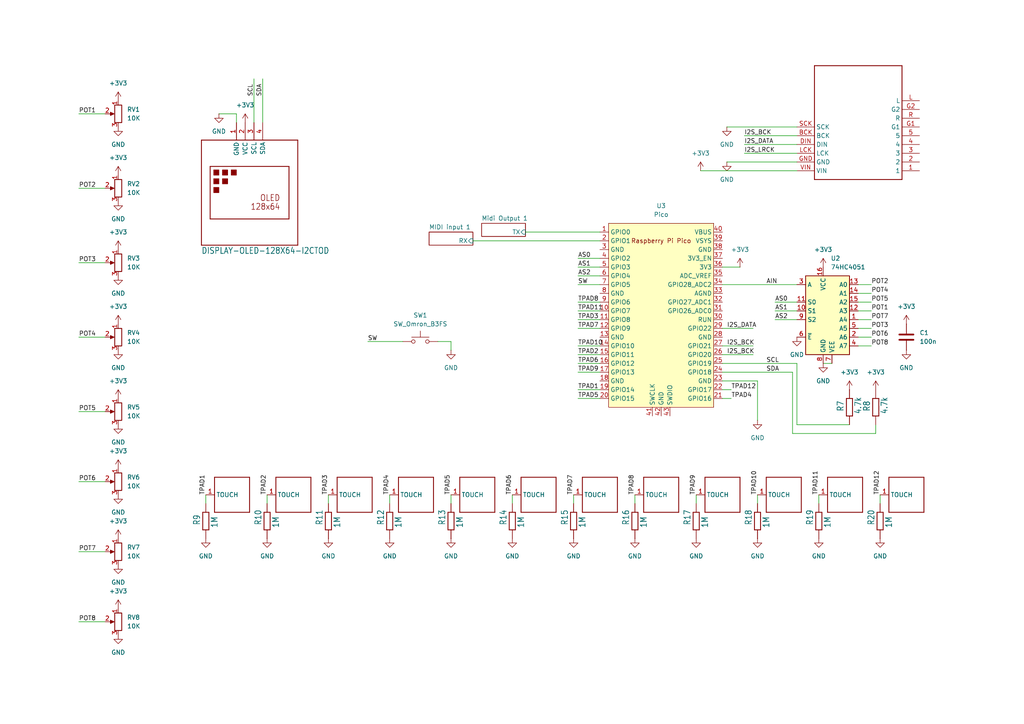
<source format=kicad_sch>
(kicad_sch (version 20231120) (generator "eeschema") (generator_version "8.0")
  (paper "A4")
  (title_block (title "EMMG Midi controller") (rev "1") (company "bjonnh.net"))
  (lib_symbols
    (symbol "74xx:74HC4051"
      (property "Reference" "U" (at -5.08 11.43 0))
      (property "Value" "74HC4051" (at -7.62 -13.97 0))
      (symbol "74HC4051_0_1"
        (rectangle (start -5.08 10.16) (end 7.62 -12.7) (stroke (width 0.254)) (fill (type background)))
      )
      (symbol "74HC4051_1_1"
        (pin passive line (at 10.16 -2.54 180) (length 2.54) (name "A4") (number "1"))
        (pin input line (at -7.62 0 0) (length 2.54) (name "S1") (number "10"))
        (pin input line (at -7.62 2.54 0) (length 2.54) (name "S0") (number "11"))
        (pin passive line (at 10.16 0 180) (length 2.54) (name "A3") (number "12"))
        (pin passive line (at 10.16 7.62 180) (length 2.54) (name "A0") (number "13"))
        (pin passive line (at 10.16 5.08 180) (length 2.54) (name "A1") (number "14"))
        (pin passive line (at 10.16 2.54 180) (length 2.54) (name "A2") (number "15"))
        (pin power_in line (at 0 12.7 270) (length 2.54) (name "VCC") (number "16"))
        (pin passive line (at 10.16 -7.62 180) (length 2.54) (name "A6") (number "2"))
        (pin passive line (at -7.62 7.62 0) (length 2.54) (name "A") (number "3"))
        (pin passive line (at 10.16 -10.16 180) (length 2.54) (name "A7") (number "4"))
        (pin passive line (at 10.16 -5.08 180) (length 2.54) (name "A5") (number "5"))
        (pin input line (at -7.62 -7.62 0) (length 2.54) (name "~{E}") (number "6"))
        (pin power_in line (at 2.54 -15.24 90) (length 2.54) (name "VEE") (number "7"))
        (pin power_in line (at 0 -15.24 90) (length 2.54) (name "GND") (number "8"))
        (pin input line (at -7.62 -2.54 0) (length 2.54) (name "S2") (number "9"))
      )
    )
    (symbol "Device:C" (pin_numbers hide) (pin_names (offset 0.254))
      (property "Reference" "C" (at 0.635 2.54 0))
      (property "Value" "C" (at 0.635 -2.54 0))
      (symbol "C_0_1"
        (polyline (pts (xy -2.032 -0.762) (xy 2.032 -0.762)) (stroke (width 0.508)))
        (polyline (pts (xy -2.032 0.762) (xy 2.032 0.762)) (stroke (width 0.508)))
      )
      (symbol "C_1_1"
        (pin passive line (at 0 3.81 270) (length 2.794) (name "~") (number "1"))
        (pin passive line (at 0 -3.81 90) (length 2.794) (name "~") (number "2"))
      )
    )
    (symbol "Device:R_Potentiometer" (pin_names (offset 1.016) hide)
      (property "Reference" "RV" (at -4.445 0 90))
      (property "Value" "R_Potentiometer" (at -2.54 0 90))
      (symbol "R_Potentiometer_0_1"
        (polyline (pts (xy 2.54 0) (xy 1.524 0)))
        (polyline (pts (xy 1.143 0) (xy 2.286 0.508) (xy 2.286 -0.508) (xy 1.143 0)) (fill (type outline)))
        (rectangle (start 1.016 2.54) (end -1.016 -2.54) (stroke (width 0.254)))
      )
      (symbol "R_Potentiometer_1_1"
        (pin passive line (at 0 3.81 270) (length 1.27) (name "1") (number "1"))
        (pin passive line (at 3.81 0 180) (length 1.27) (name "2") (number "2"))
        (pin passive line (at 0 -3.81 90) (length 1.27) (name "3") (number "3"))
      )
    )
    (symbol "MIDI_projects:Pico"
      (property "Reference" "U" (at -13.97 27.94 0))
      (property "Value" "Pico" (at 0 19.05 0))
      (symbol "Pico_0_0"
        (text "Raspberry Pi Pico" (at 0 21.59 0) (effects (font (size 1.27 1.27))))
      )
      (symbol "Pico_0_1"
        (rectangle (start -15.24 26.67) (end 15.24 -26.67) (fill (type background)))
      )
      (symbol "Pico_1_1"
        (pin bidirectional line (at -17.78 24.13 0) (length 2.54) (name "GPIO0") (number "1"))
        (pin bidirectional line (at -17.78 1.27 0) (length 2.54) (name "GPIO7") (number "10"))
        (pin bidirectional line (at -17.78 -1.27 0) (length 2.54) (name "GPIO8") (number "11"))
        (pin bidirectional line (at -17.78 -3.81 0) (length 2.54) (name "GPIO9") (number "12"))
        (pin power_in line (at -17.78 -6.35 0) (length 2.54) (name "GND") (number "13"))
        (pin bidirectional line (at -17.78 -8.89 0) (length 2.54) (name "GPIO10") (number "14"))
        (pin bidirectional line (at -17.78 -11.43 0) (length 2.54) (name "GPIO11") (number "15"))
        (pin bidirectional line (at -17.78 -13.97 0) (length 2.54) (name "GPIO12") (number "16"))
        (pin bidirectional line (at -17.78 -16.51 0) (length 2.54) (name "GPIO13") (number "17"))
        (pin power_in line (at -17.78 -19.05 0) (length 2.54) (name "GND") (number "18"))
        (pin bidirectional line (at -17.78 -21.59 0) (length 2.54) (name "GPIO14") (number "19"))
        (pin bidirectional line (at -17.78 21.59 0) (length 2.54) (name "GPIO1") (number "2"))
        (pin bidirectional line (at -17.78 -24.13 0) (length 2.54) (name "GPIO15") (number "20"))
        (pin bidirectional line (at 17.78 -24.13 180) (length 2.54) (name "GPIO16") (number "21"))
        (pin bidirectional line (at 17.78 -21.59 180) (length 2.54) (name "GPIO17") (number "22"))
        (pin power_in line (at 17.78 -19.05 180) (length 2.54) (name "GND") (number "23"))
        (pin bidirectional line (at 17.78 -16.51 180) (length 2.54) (name "GPIO18") (number "24"))
        (pin bidirectional line (at 17.78 -13.97 180) (length 2.54) (name "GPIO19") (number "25"))
        (pin bidirectional line (at 17.78 -11.43 180) (length 2.54) (name "GPIO20") (number "26"))
        (pin bidirectional line (at 17.78 -8.89 180) (length 2.54) (name "GPIO21") (number "27"))
        (pin power_in line (at 17.78 -6.35 180) (length 2.54) (name "GND") (number "28"))
        (pin bidirectional line (at 17.78 -3.81 180) (length 2.54) (name "GPIO22") (number "29"))
        (pin power_in line (at -17.78 19.05 0) (length 2.54) (name "GND") (number "3"))
        (pin input line (at 17.78 -1.27 180) (length 2.54) (name "RUN") (number "30"))
        (pin bidirectional line (at 17.78 1.27 180) (length 2.54) (name "GPIO26_ADC0") (number "31"))
        (pin bidirectional line (at 17.78 3.81 180) (length 2.54) (name "GPIO27_ADC1") (number "32"))
        (pin power_in line (at 17.78 6.35 180) (length 2.54) (name "AGND") (number "33"))
        (pin bidirectional line (at 17.78 8.89 180) (length 2.54) (name "GPIO28_ADC2") (number "34"))
        (pin power_in line (at 17.78 11.43 180) (length 2.54) (name "ADC_VREF") (number "35"))
        (pin power_in line (at 17.78 13.97 180) (length 2.54) (name "3V3") (number "36"))
        (pin input line (at 17.78 16.51 180) (length 2.54) (name "3V3_EN") (number "37"))
        (pin power_in line (at 17.78 19.05 180) (length 2.54) (name "GND") (number "38"))
        (pin power_in line (at 17.78 21.59 180) (length 2.54) (name "VSYS") (number "39"))
        (pin bidirectional line (at -17.78 16.51 0) (length 2.54) (name "GPIO2") (number "4"))
        (pin power_in line (at 17.78 24.13 180) (length 2.54) (name "VBUS") (number "40"))
        (pin input line (at -2.54 -29.21 90) (length 2.54) (name "SWCLK") (number "41"))
        (pin power_in line (at 0 -29.21 90) (length 2.54) (name "GND") (number "42"))
        (pin bidirectional line (at 2.54 -29.21 90) (length 2.54) (name "SWDIO") (number "43"))
        (pin bidirectional line (at -17.78 13.97 0) (length 2.54) (name "GPIO3") (number "5"))
        (pin bidirectional line (at -17.78 11.43 0) (length 2.54) (name "GPIO4") (number "6"))
        (pin bidirectional line (at -17.78 8.89 0) (length 2.54) (name "GPIO5") (number "7"))
        (pin power_in line (at -17.78 6.35 0) (length 2.54) (name "GND") (number "8"))
        (pin bidirectional line (at -17.78 3.81 0) (length 2.54) (name "GPIO6") (number "9"))
      )
    )
    (symbol "Switch:SW_Omron_B3FS" (pin_numbers hide) (pin_names (offset 1.016) hide)
      (property "Reference" "SW" (at 1.27 2.54 0))
      (property "Value" "SW_Omron_B3FS" (at 0 -1.524 0))
      (symbol "SW_Omron_B3FS_0_1"
        (circle (center -2.032 0) (radius 0.508))
        (polyline (pts (xy 0 1.27) (xy 0 3.048)))
        (polyline (pts (xy 2.54 1.27) (xy -2.54 1.27)))
        (circle (center 2.032 0) (radius 0.508))
        (pin passive line (at -5.08 0 0) (length 2.54) (name "1") (number "1"))
        (pin passive line (at 5.08 0 180) (length 2.54) (name "2") (number "2"))
      )
    )
    (symbol "TOUCHPADA_1"
      (symbol "TOUCHPADA_1_1_0"
        (polyline (pts (xy -5.08 -5.08) (xy -5.08 5.08)) (stroke (width 0.254)))
        (polyline (pts (xy -5.08 5.08) (xy 5.08 5.08)) (stroke (width 0.254)))
        (polyline (pts (xy 5.08 -5.08) (xy -5.08 -5.08)) (stroke (width 0.254)))
        (polyline (pts (xy 5.08 5.08) (xy 5.08 -5.08)) (stroke (width 0.254)))
        (pin bidirectional line (at -7.62 0 0) (length 2.54) (name "TOUCH") (number "1"))
      )
    )
    (symbol "pico_test_synth1-eagle-import:DISPLAY-OLED-128X64-I2CTOD"
      (symbol "DISPLAY-OLED-128X64-I2CTOD_1_0"
        (rectangle (start -11.684 0) (end -10.16 1.524) (fill (type outline)))
        (rectangle (start -11.684 2.54) (end -10.16 4.064) (fill (type outline)))
        (rectangle (start -11.684 5.08) (end -10.16 6.604) (fill (type outline)))
        (rectangle (start -9.144 2.54) (end -7.62 4.064) (fill (type outline)))
        (rectangle (start -9.144 5.08) (end -7.62 6.604) (fill (type outline)))
        (rectangle (start -6.604 5.08) (end -5.08 6.604) (fill (type outline)))
        (polyline (pts (xy -15.24 -15.24) (xy -15.24 15.24)) (stroke (width 0.254)))
        (polyline (pts (xy -15.24 15.24) (xy 12.7 15.24)) (stroke (width 0.254)))
        (polyline (pts (xy -12.7 -7.62) (xy -12.7 7.62)) (stroke (width 0.254)))
        (polyline (pts (xy -12.7 7.62) (xy 10.16 7.62)) (stroke (width 0.254)))
        (polyline (pts (xy 10.16 -7.62) (xy -12.7 -7.62)) (stroke (width 0.254)))
        (polyline (pts (xy 10.16 7.62) (xy 10.16 -7.62)) (stroke (width 0.254)))
        (polyline (pts (xy 12.7 -15.24) (xy -15.24 -15.24)) (stroke (width 0.254)))
        (polyline (pts (xy 12.7 15.24) (xy 12.7 -15.24)) (stroke (width 0.254)))
        (text "128x64" (at 7.62 -5.08 0) (effects (font (size 1.778 1.5113)) (justify right bottom)))
        (text "OLED" (at 7.62 -2.54 0) (effects (font (size 1.778 1.5113)) (justify right bottom)))
        (pin power_in line (at -5.08 20.32 270) (length 5.08) (name "GND") (number "1"))
        (pin power_in line (at -2.54 20.32 270) (length 5.08) (name "VCC") (number "2"))
        (pin bidirectional line (at 0 20.32 270) (length 5.08) (name "SCL") (number "3"))
        (pin bidirectional line (at 2.54 20.32 270) (length 5.08) (name "SDA") (number "4"))
      )
    )
    (symbol "pico_test_synth1-eagle-import:I2S_PCM_51XX_SOUNDCARD"
      (symbol "I2S_PCM_51XX_SOUNDCARD_1_0"
        (polyline (pts (xy 0 0) (xy 25.4 0)) (stroke (width 0.254)))
        (polyline (pts (xy 0 33.02) (xy 0 0)) (stroke (width 0.254)))
        (polyline (pts (xy 25.4 0) (xy 25.4 33.02)) (stroke (width 0.254)))
        (polyline (pts (xy 25.4 33.02) (xy 0 33.02)) (stroke (width 0.254)))
        (pin bidirectional line (at 30.48 2.54 180) (length 5.08) (name "1") (number "1"))
        (pin bidirectional line (at 30.48 5.08 180) (length 5.08) (name "2") (number "2"))
        (pin bidirectional line (at 30.48 7.62 180) (length 5.08) (name "3") (number "3"))
        (pin bidirectional line (at 30.48 10.16 180) (length 5.08) (name "4") (number "4"))
        (pin bidirectional line (at 30.48 12.7 180) (length 5.08) (name "5") (number "5"))
        (pin bidirectional line (at -5.08 12.7 0) (length 5.08) (name "BCK") (number "BCK"))
        (pin bidirectional line (at -5.08 10.16 0) (length 5.08) (name "DIN") (number "DIN"))
        (pin bidirectional line (at 30.48 15.24 180) (length 5.08) (name "G1") (number "G1"))
        (pin bidirectional line (at 30.48 20.32 180) (length 5.08) (name "G2") (number "G2"))
        (pin bidirectional line (at -5.08 5.08 0) (length 5.08) (name "GND") (number "GND"))
        (pin bidirectional line (at 30.48 22.86 180) (length 5.08) (name "L") (number "L"))
        (pin bidirectional line (at -5.08 7.62 0) (length 5.08) (name "LCK") (number "LCK"))
        (pin bidirectional line (at 30.48 17.78 180) (length 5.08) (name "R") (number "R"))
        (pin bidirectional line (at -5.08 15.24 0) (length 5.08) (name "SCK") (number "SCK"))
        (pin bidirectional line (at -5.08 2.54 0) (length 5.08) (name "VIN") (number "VIN"))
      )
    )
    (symbol "pico_test_synth1-eagle-import:R-EU_R0805"
      (property "Reference" "R" (at -3.81 1.4986 0))
      (symbol "R-EU_R0805_1_0"
        (polyline (pts (xy -2.54 -0.889) (xy -2.54 0.889)) (stroke (width 0.254)))
        (polyline (pts (xy -2.54 -0.889) (xy 2.54 -0.889)) (stroke (width 0.254)))
        (polyline (pts (xy 2.54 -0.889) (xy 2.54 0.889)) (stroke (width 0.254)))
        (polyline (pts (xy 2.54 0.889) (xy -2.54 0.889)) (stroke (width 0.254)))
        (pin passive line (at -5.08 0 0) (length 2.54) (name "1") (number "1"))
        (pin passive line (at 5.08 0 180) (length 2.54) (name "2") (number "2"))
      )
    )
    (symbol "power:+3V3" (power) (pin_numbers hide) (pin_names (offset 0) hide)
      (property "Value" "+3V3" (at 0 3.556 0))
      (symbol "+3V3_0_1"
        (polyline (pts (xy -0.762 1.27) (xy 0 2.54)))
        (polyline (pts (xy 0 0) (xy 0 2.54)))
        (polyline (pts (xy 0 2.54) (xy 0.762 1.27)))
      )
      (symbol "+3V3_1_1"
        (pin power_in line (at 0 0 90) (length 0) (name "~") (number "1"))
      )
    )
    (symbol "power:GND" (power) (pin_numbers hide) (pin_names (offset 0) hide)
      (property "Value" "GND" (at 0 -3.81 0))
      (symbol "GND_0_1"
        (polyline (pts (xy 0 0) (xy 0 -1.27) (xy 1.27 -1.27) (xy 0 -2.54) (xy -1.27 -1.27) (xy 0 -1.27)))
      )
      (symbol "GND_1_1"
        (pin power_in line (at 0 0 270) (length 0) (name "~") (number "1"))
      )
    )
  )
  (wire (pts (xy 167.64 95.25) (xy 173.99 95.25)))
  (wire (pts (xy 22.86 119.38) (xy 30.48 119.38)))
  (wire (pts (xy 167.64 82.55) (xy 173.99 82.55)))
  (wire (pts (xy 219.71 110.49) (xy 219.71 121.92)))
  (wire (pts (xy 184.15 146.05) (xy 184.15 143.51)) (stroke (width 0.1524)))
  (wire (pts (xy 63.5 33.02) (xy 68.58 33.02)))
  (wire (pts (xy 231.14 39.37) (xy 215.9 39.37)) (stroke (width 0.1524)))
  (wire (pts (xy 167.64 113.03) (xy 173.99 113.03)))
  (wire (pts (xy 22.86 76.2) (xy 30.48 76.2)))
  (wire (pts (xy 68.58 33.02) (xy 68.58 35.56)))
  (wire (pts (xy 248.92 85.09) (xy 252.73 85.09)))
  (wire (pts (xy 167.64 105.41) (xy 173.99 105.41)))
  (wire (pts (xy 167.64 107.95) (xy 173.99 107.95)))
  (wire (pts (xy 201.93 146.05) (xy 201.93 143.51)) (stroke (width 0.1524)))
  (wire (pts (xy 224.79 87.63) (xy 231.14 87.63)))
  (wire (pts (xy 231.14 36.83) (xy 210.82 36.83)) (stroke (width 0.1524)))
  (wire (pts (xy 248.92 100.33) (xy 252.73 100.33)))
  (wire (pts (xy 209.55 102.87) (xy 218.44 102.87)))
  (wire (pts (xy 209.55 107.95) (xy 229.87 107.95)))
  (wire (pts (xy 116.84 99.06) (xy 106.68 99.06)) (stroke (width 0.1524)))
  (wire (pts (xy 209.55 115.57) (xy 212.09 115.57)))
  (wire (pts (xy 167.64 100.33) (xy 173.99 100.33)))
  (wire (pts (xy 248.92 87.63) (xy 252.73 87.63)))
  (wire (pts (xy 248.92 90.17) (xy 252.73 90.17)))
  (wire (pts (xy 130.81 99.06) (xy 130.81 101.6)))
  (wire (pts (xy 22.86 97.79) (xy 30.48 97.79)))
  (wire (pts (xy 173.99 67.31) (xy 152.4 67.31)))
  (wire (pts (xy 22.86 160.02) (xy 30.48 160.02)))
  (wire (pts (xy 231.14 44.45) (xy 215.9 44.45)) (stroke (width 0.1524)))
  (wire (pts (xy 209.55 77.47) (xy 214.63 77.47)))
  (wire (pts (xy 167.64 90.17) (xy 173.99 90.17)))
  (wire (pts (xy 167.64 115.57) (xy 173.99 115.57)))
  (wire (pts (xy 73.66 35.56) (xy 73.66 22.86)) (stroke (width 0.1524)))
  (wire (pts (xy 231.14 123.19) (xy 246.38 123.19)))
  (wire (pts (xy 248.92 92.71) (xy 252.73 92.71)))
  (wire (pts (xy 76.2 35.56) (xy 76.2 22.86)) (stroke (width 0.1524)))
  (wire (pts (xy 210.82 46.99) (xy 231.14 46.99)) (stroke (width 0.1524)))
  (wire (pts (xy 166.37 146.05) (xy 166.37 143.51)) (stroke (width 0.1524)))
  (wire (pts (xy 167.64 87.63) (xy 173.99 87.63)))
  (wire (pts (xy 209.55 82.55) (xy 231.14 82.55)))
  (wire (pts (xy 209.55 105.41) (xy 231.14 105.41)))
  (wire (pts (xy 238.76 105.41) (xy 241.3 105.41)))
  (wire (pts (xy 167.64 102.87) (xy 173.99 102.87)))
  (wire (pts (xy 130.81 146.05) (xy 130.81 143.51)) (stroke (width 0.1524)))
  (wire (pts (xy 224.79 90.17) (xy 231.14 90.17)))
  (wire (pts (xy 229.87 107.95) (xy 229.87 125.73)))
  (wire (pts (xy 148.59 146.05) (xy 148.59 143.51)) (stroke (width 0.1524)))
  (wire (pts (xy 59.69 146.05) (xy 59.69 143.51)) (stroke (width 0.1524)))
  (wire (pts (xy 203.2 49.53) (xy 231.14 49.53)) (stroke (width 0.1524)))
  (wire (pts (xy 224.79 92.71) (xy 231.14 92.71)))
  (wire (pts (xy 255.27 146.05) (xy 255.27 143.51)) (stroke (width 0.1524)))
  (wire (pts (xy 137.16 69.85) (xy 173.99 69.85)))
  (wire (pts (xy 22.86 180.34) (xy 30.48 180.34)))
  (wire (pts (xy 77.47 146.05) (xy 77.47 143.51)) (stroke (width 0.1524)))
  (wire (pts (xy 248.92 82.55) (xy 252.73 82.55)))
  (wire (pts (xy 127 99.06) (xy 130.81 99.06)))
  (wire (pts (xy 167.64 92.71) (xy 173.99 92.71)))
  (wire (pts (xy 22.86 33.02) (xy 30.48 33.02)))
  (wire (pts (xy 248.92 95.25) (xy 252.73 95.25)))
  (wire (pts (xy 254 125.73) (xy 254 123.19)))
  (wire (pts (xy 209.55 113.03) (xy 212.09 113.03)))
  (wire (pts (xy 167.64 74.93) (xy 173.99 74.93)))
  (wire (pts (xy 113.03 146.05) (xy 113.03 143.51)) (stroke (width 0.1524)))
  (wire (pts (xy 231.14 41.91) (xy 215.9 41.91)) (stroke (width 0.1524)))
  (wire (pts (xy 209.55 95.25) (xy 218.44 95.25)))
  (wire (pts (xy 248.92 97.79) (xy 252.73 97.79)))
  (wire (pts (xy 209.55 100.33) (xy 218.44 100.33)))
  (wire (pts (xy 167.64 80.01) (xy 173.99 80.01)))
  (wire (pts (xy 95.25 146.05) (xy 95.25 143.51)) (stroke (width 0.1524)))
  (wire (pts (xy 219.71 146.05) (xy 219.71 143.51)) (stroke (width 0.1524)))
  (wire (pts (xy 22.86 139.7) (xy 30.48 139.7)))
  (wire (pts (xy 167.64 77.47) (xy 173.99 77.47)))
  (wire (pts (xy 231.14 105.41) (xy 231.14 123.19)))
  (wire (pts (xy 229.87 125.73) (xy 254 125.73)))
  (wire (pts (xy 22.86 54.61) (xy 30.48 54.61)))
  (wire (pts (xy 209.55 110.49) (xy 219.71 110.49)))
  (wire (pts (xy 237.49 146.05) (xy 237.49 143.51)) (stroke (width 0.1524)))
  (label "POT3" (at 22.86 76.2 0))
  (label "I2S_BCK" (at 215.9 39.37 0) (effects (font (size 1.2446 1.2446))))
  (label "TPAD5" (at 130.81 143.51 90) (effects (font (size 1.2446 1.2446))))
  (label "TPAD4" (at 113.03 143.51 90) (effects (font (size 1.2446 1.2446))))
  (label "TPAD10" (at 167.64 100.33 0))
  (label "TPAD6" (at 148.59 143.51 90) (effects (font (size 1.2446 1.2446))))
  (label "TPAD5" (at 167.64 115.57 0))
  (label "TPAD8" (at 184.15 143.51 90) (effects (font (size 1.2446 1.2446))))
  (label "AS0" (at 167.64 74.93 0))
  (label "I2S_BCK" (at 210.82 102.87 0))
  (label "POT6" (at 22.86 139.7 0))
  (label "I2S_DATA" (at 210.82 95.25 0))
  (label "TPAD7" (at 166.37 143.51 90) (effects (font (size 1.2446 1.2446))))
  (label "POT5" (at 22.86 119.38 0))
  (label "AS2" (at 224.79 92.71 0))
  (label "POT1" (at 22.86 33.02 0))
  (label "TPAD9" (at 201.93 143.51 90) (effects (font (size 1.2446 1.2446))))
  (label "POT2" (at 252.73 82.55 0))
  (label "TPAD1" (at 167.64 113.03 0))
  (label "SCL" (at 73.66 27.94 90) (effects (font (size 1.2446 1.2446))))
  (label "AS0" (at 224.79 87.63 0))
  (label "SCL" (at 222.25 105.41 0))
  (label "POT4" (at 22.86 97.79 0))
  (label "TPAD11" (at 167.64 90.17 0))
  (label "POT4" (at 252.73 85.09 0))
  (label "POT2" (at 22.86 54.61 0))
  (label "TPAD2" (at 77.47 143.51 90) (effects (font (size 1.2446 1.2446))))
  (label "TPAD6" (at 167.64 105.41 0))
  (label "TPAD4" (at 212.09 115.57 0))
  (label "POT8" (at 252.73 100.33 0))
  (label "TPAD11" (at 237.49 143.51 90) (effects (font (size 1.2446 1.2446))))
  (label "POT7" (at 252.73 92.71 0))
  (label "TPAD9" (at 167.64 107.95 0))
  (label "POT1" (at 252.73 90.17 0))
  (label "SW" (at 167.64 82.55 0))
  (label "POT5" (at 252.73 87.63 0))
  (label "POT8" (at 22.86 180.34 0))
  (label "POT6" (at 252.73 97.79 0))
  (label "SDA" (at 222.25 107.95 0))
  (label "SW" (at 106.68 99.06 0) (effects (font (size 1.2446 1.2446))))
  (label "TPAD2" (at 167.64 102.87 0))
  (label "I2S_LRCK" (at 215.9 44.45 0) (effects (font (size 1.2446 1.2446))))
  (label "POT3" (at 252.73 95.25 0))
  (label "AS1" (at 224.79 90.17 0))
  (label "AS2" (at 167.64 80.01 0))
  (label "POT7" (at 22.86 160.02 0))
  (label "TPAD12" (at 212.09 113.03 0))
  (label "TPAD10" (at 219.71 143.51 90) (effects (font (size 1.2446 1.2446))))
  (label "SDA" (at 76.2 27.94 90) (effects (font (size 1.2446 1.2446))))
  (label "TPAD3" (at 95.25 143.51 90) (effects (font (size 1.2446 1.2446))))
  (label "TPAD3" (at 167.64 92.71 0))
  (label "TPAD1" (at 59.69 143.51 90) (effects (font (size 1.2446 1.2446))))
  (label "AIN" (at 222.25 82.55 0))
  (label "TPAD7" (at 167.64 95.25 0))
  (label "TPAD8" (at 167.64 87.63 0))
  (label "I2S_DATA" (at 215.9 41.91 0) (effects (font (size 1.2446 1.2446))))
  (label "AS1" (at 167.64 77.47 0))
  (label "TPAD12" (at 255.27 143.51 90) (effects (font (size 1.2446 1.2446))))
  (label "I2S_BCK" (at 210.82 100.33 0))
  (symbol (lib_id "power:+3V3") (at 34.29 135.89 0) (unit 1)
    (property "Reference" "#PWR016" (effects (hide yes)))
    (property "Value" "+3V3" (at 34.29 130.81 0))
    (property "Description" "Power symbol creates a global label with name \"+3V3\"" (effects (hide yes)))
  )
  (symbol (lib_name "TOUCHPADA_1") (lib_id "pico_test_synth1-eagle-import:TOUCHPADA") (at 120.65 143.51 0) (unit 1)
    (property "Reference" "TP4" (effects (hide yes)))
    (property "Value" "TOUCHPADA" (effects (hide yes)))
    (property "Footprint" "MIDI_projects:PAD_Touch_bjo" (effects (hide yes)))
  )
  (symbol (lib_id "power:GND") (at 34.29 123.19 0) (unit 1)
    (property "Reference" "#PWR015" (effects (hide yes)))
    (property "Value" "GND" (at 34.29 128.27 0))
    (property "Description" "Power symbol creates a global label with name \"GND\" , ground" (effects (hide yes)))
  )
  (symbol (lib_id "power:GND") (at 166.37 156.21 0) (unit 1)
    (property "Reference" "#PWR042" (effects (hide yes)))
    (property "Value" "GND" (at 166.37 161.29 0))
    (property "Description" "Power symbol creates a global label with name \"GND\" , ground" (effects (hide yes)))
  )
  (symbol (lib_id "power:GND") (at 63.5 33.02 0) (unit 1)
    (property "Reference" "#PWR026" (effects (hide yes)))
    (property "Value" "GND" (at 63.5 38.1 0))
    (property "Description" "Power symbol creates a global label with name \"GND\" , ground" (effects (hide yes)))
  )
  (symbol (lib_id "power:GND") (at 262.89 101.6 0) (mirror y) (unit 1)
    (property "Reference" "#PWR023" (effects (hide yes)))
    (property "Value" "GND" (at 262.89 106.68 0))
    (property "Description" "Power symbol creates a global label with name \"GND\" , ground" (effects (hide yes)))
  )
  (symbol (lib_id "power:GND") (at 95.25 156.21 0) (unit 1)
    (property "Reference" "#PWR033" (effects (hide yes)))
    (property "Value" "GND" (at 95.25 161.29 0))
    (property "Description" "Power symbol creates a global label with name \"GND\" , ground" (effects (hide yes)))
  )
  (symbol (lib_id "power:GND") (at 34.29 80.01 0) (unit 1)
    (property "Reference" "#PWR07" (effects (hide yes)))
    (property "Value" "GND" (at 34.29 85.09 0))
    (property "Description" "Power symbol creates a global label with name \"GND\" , ground" (effects (hide yes)))
  )
  (symbol (lib_id "power:GND") (at 201.93 156.21 0) (unit 1)
    (property "Reference" "#PWR044" (effects (hide yes)))
    (property "Value" "GND" (at 201.93 161.29 0))
    (property "Description" "Power symbol creates a global label with name \"GND\" , ground" (effects (hide yes)))
  )
  (symbol (lib_id "Device:R_Potentiometer") (at 34.29 97.79 0) (mirror y) (unit 1)
    (property "Reference" "RV4" (at 36.83 96.5199 0) (effects (justify right)))
    (property "Value" "10K" (at 36.83 99.0599 0) (effects (justify right)))
    (property "Footprint" "MIDI_projects:Potentiometer_Alps_RK09K_Single_Vertical" (effects (hide yes)))
    (property "Description" "Potentiometer" (effects (hide yes)))
  )
  (symbol (lib_name "TOUCHPADA_1") (lib_id "pico_test_synth1-eagle-import:TOUCHPADA") (at 67.31 143.51 0) (unit 1)
    (property "Reference" "TP1" (effects (hide yes)))
    (property "Value" "TOUCHPADA" (effects (hide yes)))
    (property "Footprint" "MIDI_projects:PAD_Touch_bjo" (effects (hide yes)))
  )
  (symbol (lib_id "power:GND") (at 34.29 36.83 0) (unit 1)
    (property "Reference" "#PWR012" (effects (hide yes)))
    (property "Value" "GND" (at 34.29 41.91 0))
    (property "Description" "Power symbol creates a global label with name \"GND\" , ground" (effects (hide yes)))
  )
  (symbol (lib_id "power:GND") (at 148.59 156.21 0) (unit 1)
    (property "Reference" "#PWR036" (effects (hide yes)))
    (property "Value" "GND" (at 148.59 161.29 0))
    (property "Description" "Power symbol creates a global label with name \"GND\" , ground" (effects (hide yes)))
  )
  (symbol (lib_id "pico_test_synth1-eagle-import:R-EU_R0805") (at 130.81 151.13 90) (mirror x) (unit 1)
    (property "Reference" "R13" (at 127.2286 152.4 0) (effects (font (size 1.778 1.5113)) (justify right top)))
    (property "Value" "1M" (at 132.334 153.162 0) (effects (font (size 1.778 1.5113)) (justify right top)))
    (property "Footprint" "Resistor_SMD:R_0805_2012Metric" (effects (hide yes)))
  )
  (symbol (lib_id "Device:R_Potentiometer") (at 34.29 119.38 0) (mirror y) (unit 1)
    (property "Reference" "RV5" (at 36.83 118.1099 0) (effects (justify right)))
    (property "Value" "10K" (at 36.83 120.6499 0) (effects (justify right)))
    (property "Footprint" "MIDI_projects:Potentiometer_Alps_RK09K_Single_Vertical" (effects (hide yes)))
    (property "Description" "Potentiometer" (effects (hide yes)))
  )
  (symbol (lib_id "power:+3V3") (at 34.29 115.57 0) (unit 1)
    (property "Reference" "#PWR014" (effects (hide yes)))
    (property "Value" "+3V3" (at 34.29 110.49 0))
    (property "Description" "Power symbol creates a global label with name \"+3V3\"" (effects (hide yes)))
  )
  (symbol (lib_id "power:GND") (at 210.82 36.83 0) (unit 1)
    (property "Reference" "#PWR029" (effects (hide yes)))
    (property "Value" "GND" (at 210.82 41.91 0))
    (property "Description" "Power symbol creates a global label with name \"GND\" , ground" (effects (hide yes)))
  )
  (symbol (lib_id "MIDI_projects:Pico") (at 191.77 91.44 0) (unit 1)
    (property "Reference" "U3" (at 191.77 59.69 0))
    (property "Value" "Pico" (at 191.77 62.23 0))
    (property "Footprint" "MIDI_projects:RPi_Pico_SMD_TH" (effects (hide yes)))
  )
  (symbol (lib_id "Device:R_Potentiometer") (at 34.29 54.61 0) (mirror y) (unit 1)
    (property "Reference" "RV2" (at 36.83 53.3399 0) (effects (justify right)))
    (property "Value" "10K" (at 36.83 55.8799 0) (effects (justify right)))
    (property "Footprint" "MIDI_projects:Potentiometer_Alps_RK09K_Single_Vertical" (effects (hide yes)))
    (property "Description" "Potentiometer" (effects (hide yes)))
  )
  (symbol (lib_id "pico_test_synth1-eagle-import:R-EU_R0805") (at 184.15 151.13 90) (mirror x) (unit 1)
    (property "Reference" "R16" (at 180.5686 152.4 0) (effects (font (size 1.778 1.5113)) (justify right top)))
    (property "Value" "1M" (at 185.674 153.162 0) (effects (font (size 1.778 1.5113)) (justify right top)))
    (property "Footprint" "Resistor_SMD:R_0805_2012Metric" (effects (hide yes)))
  )
  (symbol (lib_id "pico_test_synth1-eagle-import:R-EU_R0805") (at 255.27 151.13 90) (mirror x) (unit 1)
    (property "Reference" "R20" (at 251.6886 152.4 0) (effects (font (size 1.778 1.5113)) (justify right top)))
    (property "Value" "1M" (at 256.794 153.162 0) (effects (font (size 1.778 1.5113)) (justify right top)))
    (property "Footprint" "Resistor_SMD:R_0805_2012Metric" (effects (hide yes)))
  )
  (symbol (lib_id "Switch:SW_Omron_B3FS") (at 121.92 99.06 0) (unit 1)
    (property "Reference" "SW1" (at 121.92 91.44 0))
    (property "Value" "SW_Omron_B3FS" (at 121.92 93.98 0))
    (property "Footprint" "Button_Switch_SMD:SW_SPST_Omron_B3FS-101xP" (effects (hide yes)))
    (property "Datasheet" "https://omronfs.omron.com/en_US/ecb/products/pdf/en-b3fs.pdf" (effects (hide yes)))
    (property "Description" "Omron B3FS 6x6mm single pole normally-open tactile switch" (effects (hide yes)))
  )
  (symbol (lib_id "power:+3V3") (at 34.29 93.98 0) (unit 1)
    (property "Reference" "#PWR08" (effects (hide yes)))
    (property "Value" "+3V3" (at 34.29 88.9 0))
    (property "Description" "Power symbol creates a global label with name \"+3V3\"" (effects (hide yes)))
  )
  (symbol (lib_id "power:+3V3") (at 71.12 35.56 0) (unit 1)
    (property "Reference" "#PWR027" (effects (hide yes)))
    (property "Value" "+3V3" (at 71.12 30.48 0))
    (property "Description" "Power symbol creates a global label with name \"+3V3\"" (effects (hide yes)))
  )
  (symbol (lib_name "TOUCHPADA_1") (lib_id "pico_test_synth1-eagle-import:TOUCHPADA") (at 138.43 143.51 0) (unit 1)
    (property "Reference" "TP5" (effects (hide yes)))
    (property "Value" "TOUCHPADA" (effects (hide yes)))
    (property "Footprint" "MIDI_projects:PAD_Touch_bjo" (effects (hide yes)))
  )
  (symbol (lib_id "power:+3V3") (at 34.29 29.21 0) (unit 1)
    (property "Reference" "#PWR03" (effects (hide yes)))
    (property "Value" "+3V3" (at 34.29 24.13 0))
    (property "Description" "Power symbol creates a global label with name \"+3V3\"" (effects (hide yes)))
  )
  (symbol (lib_id "power:GND") (at 34.29 184.15 0) (unit 1)
    (property "Reference" "#PWR040" (effects (hide yes)))
    (property "Value" "GND" (at 34.29 189.23 0))
    (property "Description" "Power symbol creates a global label with name \"GND\" , ground" (effects (hide yes)))
  )
  (symbol (lib_name "TOUCHPADA_1") (lib_id "pico_test_synth1-eagle-import:TOUCHPADA") (at 262.89 143.51 0) (unit 1)
    (property "Reference" "TP12" (effects (hide yes)))
    (property "Value" "TOUCHPADA" (effects (hide yes)))
    (property "Footprint" "MIDI_projects:PAD_Touch_bjo" (effects (hide yes)))
  )
  (symbol (lib_id "power:GND") (at 34.29 163.83 0) (unit 1)
    (property "Reference" "#PWR038" (effects (hide yes)))
    (property "Value" "GND" (at 34.29 168.91 0))
    (property "Description" "Power symbol creates a global label with name \"GND\" , ground" (effects (hide yes)))
  )
  (symbol (lib_name "TOUCHPADA_1") (lib_id "pico_test_synth1-eagle-import:TOUCHPADA") (at 85.09 143.51 0) (unit 1)
    (property "Reference" "TP2" (effects (hide yes)))
    (property "Value" "TOUCHPADA" (effects (hide yes)))
    (property "Footprint" "MIDI_projects:PAD_Touch_bjo" (effects (hide yes)))
  )
  (symbol (lib_id "power:GND") (at 130.81 101.6 0) (unit 1)
    (property "Reference" "#PWR041" (effects (hide yes)))
    (property "Value" "GND" (at 130.81 106.68 0))
    (property "Description" "Power symbol creates a global label with name \"GND\" , ground" (effects (hide yes)))
  )
  (symbol (lib_id "power:+3V3") (at 34.29 72.39 0) (unit 1)
    (property "Reference" "#PWR06" (effects (hide yes)))
    (property "Value" "+3V3" (at 34.29 67.31 0))
    (property "Description" "Power symbol creates a global label with name \"+3V3\"" (effects (hide yes)))
  )
  (symbol (lib_id "pico_test_synth1-eagle-import:R-EU_R0805") (at 113.03 151.13 90) (mirror x) (unit 1)
    (property "Reference" "R12" (at 109.4486 152.4 0) (effects (font (size 1.778 1.5113)) (justify right top)))
    (property "Value" "1M" (at 114.554 153.162 0) (effects (font (size 1.778 1.5113)) (justify right top)))
    (property "Footprint" "Resistor_SMD:R_0805_2012Metric" (effects (hide yes)))
  )
  (symbol (lib_id "pico_test_synth1-eagle-import:R-EU_R0805") (at 77.47 151.13 90) (mirror x) (unit 1)
    (property "Reference" "R10" (at 73.8886 152.4 0) (effects (font (size 1.778 1.5113)) (justify right top)))
    (property "Value" "1M" (at 78.994 153.162 0) (effects (font (size 1.778 1.5113)) (justify right top)))
    (property "Footprint" "Resistor_SMD:R_0805_2012Metric" (effects (hide yes)))
  )
  (symbol (lib_id "pico_test_synth1-eagle-import:R-EU_R0805") (at 148.59 151.13 90) (mirror x) (unit 1)
    (property "Reference" "R14" (at 145.0086 152.4 0) (effects (font (size 1.778 1.5113)) (justify right top)))
    (property "Value" "1M" (at 150.114 153.162 0) (effects (font (size 1.778 1.5113)) (justify right top)))
    (property "Footprint" "Resistor_SMD:R_0805_2012Metric" (effects (hide yes)))
  )
  (symbol (lib_id "power:GND") (at 237.49 156.21 0) (unit 1)
    (property "Reference" "#PWR046" (effects (hide yes)))
    (property "Value" "GND" (at 237.49 161.29 0))
    (property "Description" "Power symbol creates a global label with name \"GND\" , ground" (effects (hide yes)))
  )
  (symbol (lib_id "power:+3V3") (at 34.29 176.53 0) (unit 1)
    (property "Reference" "#PWR039" (effects (hide yes)))
    (property "Value" "+3V3" (at 34.29 171.45 0))
    (property "Description" "Power symbol creates a global label with name \"+3V3\"" (effects (hide yes)))
  )
  (symbol (lib_id "power:GND") (at 238.76 105.41 0) (unit 1)
    (property "Reference" "#PWR019" (effects (hide yes)))
    (property "Value" "GND" (at 238.76 110.49 0))
    (property "Description" "Power symbol creates a global label with name \"GND\" , ground" (effects (hide yes)))
  )
  (symbol (lib_id "power:+3V3") (at 203.2 49.53 0) (unit 1)
    (property "Reference" "#PWR028" (effects (hide yes)))
    (property "Value" "+3V3" (at 203.2 44.45 0))
    (property "Description" "Power symbol creates a global label with name \"+3V3\"" (effects (hide yes)))
  )
  (symbol (lib_id "power:GND") (at 219.71 121.92 0) (unit 1)
    (property "Reference" "#PWR021" (effects (hide yes)))
    (property "Value" "GND" (at 219.71 127 0))
    (property "Description" "Power symbol creates a global label with name \"GND\" , ground" (effects (hide yes)))
  )
  (symbol (lib_id "pico_test_synth1-eagle-import:R-EU_R0805") (at 254 118.11 90) (mirror x) (unit 1)
    (property "Reference" "R8" (at 250.4186 119.38 0) (effects (font (size 1.778 1.5113)) (justify right top)))
    (property "Value" "4.7k" (at 255.524 120.142 0) (effects (font (size 1.778 1.5113)) (justify right top)))
    (property "Footprint" "Resistor_SMD:R_0805_2012Metric" (effects (hide yes)))
  )
  (symbol (lib_id "power:GND") (at 34.29 58.42 0) (unit 1)
    (property "Reference" "#PWR05" (effects (hide yes)))
    (property "Value" "GND" (at 34.29 63.5 0))
    (property "Description" "Power symbol creates a global label with name \"GND\" , ground" (effects (hide yes)))
  )
  (symbol (lib_id "pico_test_synth1-eagle-import:R-EU_R0805") (at 201.93 151.13 90) (mirror x) (unit 1)
    (property "Reference" "R17" (at 198.3486 152.4 0) (effects (font (size 1.778 1.5113)) (justify right top)))
    (property "Value" "1M" (at 203.454 153.162 0) (effects (font (size 1.778 1.5113)) (justify right top)))
    (property "Footprint" "Resistor_SMD:R_0805_2012Metric" (effects (hide yes)))
  )
  (symbol (lib_id "power:GND") (at 219.71 156.21 0) (unit 1)
    (property "Reference" "#PWR045" (effects (hide yes)))
    (property "Value" "GND" (at 219.71 161.29 0))
    (property "Description" "Power symbol creates a global label with name \"GND\" , ground" (effects (hide yes)))
  )
  (symbol (lib_id "Device:R_Potentiometer") (at 34.29 139.7 0) (mirror y) (unit 1)
    (property "Reference" "RV6" (at 36.83 138.4299 0) (effects (justify right)))
    (property "Value" "10K" (at 36.83 140.9699 0) (effects (justify right)))
    (property "Footprint" "MIDI_projects:Potentiometer_Alps_RK09K_Single_Vertical" (effects (hide yes)))
    (property "Description" "Potentiometer" (effects (hide yes)))
  )
  (symbol (lib_id "pico_test_synth1-eagle-import:R-EU_R0805") (at 59.69 151.13 90) (mirror x) (unit 1)
    (property "Reference" "R9" (at 56.1086 152.4 0) (effects (font (size 1.778 1.5113)) (justify right top)))
    (property "Value" "1M" (at 61.214 153.162 0) (effects (font (size 1.778 1.5113)) (justify right top)))
    (property "Footprint" "Resistor_SMD:R_0805_2012Metric" (effects (hide yes)))
  )
  (symbol (lib_id "power:GND") (at 130.81 156.21 0) (unit 1)
    (property "Reference" "#PWR035" (effects (hide yes)))
    (property "Value" "GND" (at 130.81 161.29 0))
    (property "Description" "Power symbol creates a global label with name \"GND\" , ground" (effects (hide yes)))
  )
  (symbol (lib_id "power:GND") (at 77.47 156.21 0) (unit 1)
    (property "Reference" "#PWR032" (effects (hide yes)))
    (property "Value" "GND" (at 77.47 161.29 0))
    (property "Description" "Power symbol creates a global label with name \"GND\" , ground" (effects (hide yes)))
  )
  (symbol (lib_name "TOUCHPADA_1") (lib_id "pico_test_synth1-eagle-import:TOUCHPADA") (at 156.21 143.51 0) (unit 1)
    (property "Reference" "TP6" (effects (hide yes)))
    (property "Value" "TOUCHPADA" (effects (hide yes)))
    (property "Footprint" "MIDI_projects:PAD_Touch_bjo" (effects (hide yes)))
  )
  (symbol (lib_id "74xx:74HC4051") (at 238.76 90.17 0) (unit 1)
    (property "Reference" "U2" (at 240.9541 74.93 0) (effects (justify left)))
    (property "Value" "74HC4051" (at 240.9541 77.47 0) (effects (justify left)))
    (property "Footprint" "Package_SO:SOIC-16_3.9x9.9mm_P1.27mm" (effects (hide yes)))
    (property "Datasheet" "http://www.ti.com/lit/ds/symlink/cd74hc4051.pdf" (effects (hide yes)))
    (property "Description" "8-channel analog multiplexer/demultiplexer, DIP-16/SOIC-16/TSSOP-16" (effects (hide yes)))
  )
  (symbol (lib_id "power:GND") (at 255.27 156.21 0) (unit 1)
    (property "Reference" "#PWR047" (effects (hide yes)))
    (property "Value" "GND" (at 255.27 161.29 0))
    (property "Description" "Power symbol creates a global label with name \"GND\" , ground" (effects (hide yes)))
  )
  (symbol (lib_id "power:+3V3") (at 34.29 50.8 0) (unit 1)
    (property "Reference" "#PWR04" (effects (hide yes)))
    (property "Value" "+3V3" (at 34.29 45.72 0))
    (property "Description" "Power symbol creates a global label with name \"+3V3\"" (effects (hide yes)))
  )
  (symbol (lib_id "Device:R_Potentiometer") (at 34.29 160.02 0) (mirror y) (unit 1)
    (property "Reference" "RV7" (at 36.83 158.7499 0) (effects (justify right)))
    (property "Value" "10K" (at 36.83 161.2899 0) (effects (justify right)))
    (property "Footprint" "MIDI_projects:Potentiometer_Alps_RK09K_Single_Vertical" (effects (hide yes)))
    (property "Description" "Potentiometer" (effects (hide yes)))
  )
  (symbol (lib_id "Device:C") (at 262.89 97.79 0) (unit 1)
    (property "Reference" "C1" (at 266.7 96.5199 0) (effects (justify left)))
    (property "Value" "100n" (at 266.7 99.0599 0) (effects (justify left)))
    (property "Footprint" "Capacitor_SMD:C_0603_1608Metric" (effects (hide yes)))
    (property "Description" "Unpolarized capacitor" (effects (hide yes)))
  )
  (symbol (lib_name "TOUCHPADA_1") (lib_id "pico_test_synth1-eagle-import:TOUCHPADA") (at 209.55 143.51 0) (unit 1)
    (property "Reference" "TP9" (effects (hide yes)))
    (property "Value" "TOUCHPADA" (effects (hide yes)))
    (property "Footprint" "MIDI_projects:PAD_Touch_bjo" (effects (hide yes)))
  )
  (symbol (lib_id "Device:R_Potentiometer") (at 34.29 33.02 0) (mirror y) (unit 1)
    (property "Reference" "RV1" (at 36.83 31.7499 0) (effects (justify right)))
    (property "Value" "10K" (at 36.83 34.2899 0) (effects (justify right)))
    (property "Footprint" "MIDI_projects:Potentiometer_Alps_RK09K_Single_Vertical" (effects (hide yes)))
    (property "Description" "Potentiometer" (effects (hide yes)))
  )
  (symbol (lib_id "power:GND") (at 210.82 46.99 0) (unit 1)
    (property "Reference" "#PWR030" (effects (hide yes)))
    (property "Value" "GND" (at 210.82 52.07 0))
    (property "Description" "Power symbol creates a global label with name \"GND\" , ground" (effects (hide yes)))
  )
  (symbol (lib_id "power:+3V3") (at 246.38 113.03 0) (unit 1)
    (property "Reference" "#PWR024" (effects (hide yes)))
    (property "Value" "+3V3" (at 246.38 107.95 0))
    (property "Description" "Power symbol creates a global label with name \"+3V3\"" (effects (hide yes)))
  )
  (symbol (lib_id "power:+3V3") (at 238.76 77.47 0) (unit 1)
    (property "Reference" "#PWR020" (effects (hide yes)))
    (property "Value" "+3V3" (at 238.76 72.39 0))
    (property "Description" "Power symbol creates a global label with name \"+3V3\"" (effects (hide yes)))
  )
  (symbol (lib_id "power:+3V3") (at 214.63 77.47 0) (unit 1)
    (property "Reference" "#PWR09" (effects (hide yes)))
    (property "Value" "+3V3" (at 214.63 72.39 0))
    (property "Description" "Power symbol creates a global label with name \"+3V3\"" (effects (hide yes)))
  )
  (symbol (lib_id "power:GND") (at 113.03 156.21 0) (unit 1)
    (property "Reference" "#PWR034" (effects (hide yes)))
    (property "Value" "GND" (at 113.03 161.29 0))
    (property "Description" "Power symbol creates a global label with name \"GND\" , ground" (effects (hide yes)))
  )
  (symbol (lib_id "power:GND") (at 34.29 101.6 0) (unit 1)
    (property "Reference" "#PWR013" (effects (hide yes)))
    (property "Value" "GND" (at 34.29 106.68 0))
    (property "Description" "Power symbol creates a global label with name \"GND\" , ground" (effects (hide yes)))
  )
  (symbol (lib_id "pico_test_synth1-eagle-import:R-EU_R0805") (at 237.49 151.13 90) (mirror x) (unit 1)
    (property "Reference" "R19" (at 233.9086 152.4 0) (effects (font (size 1.778 1.5113)) (justify right top)))
    (property "Value" "1M" (at 239.014 153.162 0) (effects (font (size 1.778 1.5113)) (justify right top)))
    (property "Footprint" "Resistor_SMD:R_0805_2012Metric" (effects (hide yes)))
  )
  (symbol (lib_id "Device:R_Potentiometer") (at 34.29 180.34 0) (mirror y) (unit 1)
    (property "Reference" "RV8" (at 36.83 179.0699 0) (effects (justify right)))
    (property "Value" "10K" (at 36.83 181.6099 0) (effects (justify right)))
    (property "Footprint" "MIDI_projects:Potentiometer_Alps_RK09K_Single_Vertical" (effects (hide yes)))
    (property "Description" "Potentiometer" (effects (hide yes)))
  )
  (symbol (lib_name "TOUCHPADA_1") (lib_id "pico_test_synth1-eagle-import:TOUCHPADA") (at 245.11 143.51 0) (unit 1)
    (property "Reference" "TP11" (effects (hide yes)))
    (property "Value" "TOUCHPADA" (effects (hide yes)))
    (property "Footprint" "MIDI_projects:PAD_Touch_bjo" (effects (hide yes)))
  )
  (symbol (lib_id "power:GND") (at 231.14 97.79 0) (unit 1)
    (property "Reference" "#PWR018" (effects (hide yes)))
    (property "Value" "GND" (at 231.14 102.87 0))
    (property "Description" "Power symbol creates a global label with name \"GND\" , ground" (effects (hide yes)))
  )
  (symbol (lib_id "power:GND") (at 59.69 156.21 0) (unit 1)
    (property "Reference" "#PWR031" (effects (hide yes)))
    (property "Value" "GND" (at 59.69 161.29 0))
    (property "Description" "Power symbol creates a global label with name \"GND\" , ground" (effects (hide yes)))
  )
  (symbol (lib_name "TOUCHPADA_1") (lib_id "pico_test_synth1-eagle-import:TOUCHPADA") (at 173.99 143.51 0) (unit 1)
    (property "Reference" "TP7" (effects (hide yes)))
    (property "Value" "TOUCHPADA" (effects (hide yes)))
    (property "Footprint" "MIDI_projects:PAD_Touch_bjo" (effects (hide yes)))
  )
  (symbol (lib_id "power:+3V3") (at 262.89 93.98 0) (unit 1)
    (property "Reference" "#PWR022" (effects (hide yes)))
    (property "Value" "+3V3" (at 262.89 88.9 0))
    (property "Description" "Power symbol creates a global label with name \"+3V3\"" (effects (hide yes)))
  )
  (symbol (lib_name "TOUCHPADA_1") (lib_id "pico_test_synth1-eagle-import:TOUCHPADA") (at 102.87 143.51 0) (unit 1)
    (property "Reference" "TP3" (effects (hide yes)))
    (property "Value" "TOUCHPADA" (effects (hide yes)))
    (property "Footprint" "MIDI_projects:PAD_Touch_bjo" (effects (hide yes)))
  )
  (symbol (lib_id "pico_test_synth1-eagle-import:R-EU_R0805") (at 246.38 118.11 90) (mirror x) (unit 1)
    (property "Reference" "R7" (at 242.7986 119.38 0) (effects (font (size 1.778 1.5113)) (justify right top)))
    (property "Value" "4.7k" (at 247.904 120.142 0) (effects (font (size 1.778 1.5113)) (justify right top)))
    (property "Footprint" "Resistor_SMD:R_0805_2012Metric" (effects (hide yes)))
  )
  (symbol (lib_id "power:+3V3") (at 34.29 156.21 0) (unit 1)
    (property "Reference" "#PWR037" (effects (hide yes)))
    (property "Value" "+3V3" (at 34.29 151.13 0))
    (property "Description" "Power symbol creates a global label with name \"+3V3\"" (effects (hide yes)))
  )
  (symbol (lib_id "power:+3V3") (at 254 113.03 0) (unit 1)
    (property "Reference" "#PWR025" (effects (hide yes)))
    (property "Value" "+3V3" (at 254 107.95 0))
    (property "Description" "Power symbol creates a global label with name \"+3V3\"" (effects (hide yes)))
  )
  (symbol (lib_id "pico_test_synth1-eagle-import:R-EU_R0805") (at 166.37 151.13 90) (mirror x) (unit 1)
    (property "Reference" "R15" (at 162.7886 152.4 0) (effects (font (size 1.778 1.5113)) (justify right top)))
    (property "Value" "1M" (at 167.894 153.162 0) (effects (font (size 1.778 1.5113)) (justify right top)))
    (property "Footprint" "Resistor_SMD:R_0805_2012Metric" (effects (hide yes)))
  )
  (symbol (lib_id "pico_test_synth1-eagle-import:I2S_PCM_51XX_SOUNDCARD") (at 236.22 52.07 0) (unit 1)
    (property "Reference" "U4" (effects (hide yes)))
    (property "Value" "I2S_PCM_51XX_SOUNDCARD" (effects (hide yes)))
    (property "Footprint" "MIDI_projects:I2S_PCM_5100_SOUNDCARD" (effects (hide yes)))
  )
  (symbol (lib_id "pico_test_synth1-eagle-import:R-EU_R0805") (at 219.71 151.13 90) (mirror x) (unit 1)
    (property "Reference" "R18" (at 216.1286 152.4 0) (effects (font (size 1.778 1.5113)) (justify right top)))
    (property "Value" "1M" (at 221.234 153.162 0) (effects (font (size 1.778 1.5113)) (justify right top)))
    (property "Footprint" "Resistor_SMD:R_0805_2012Metric" (effects (hide yes)))
  )
  (symbol (lib_name "TOUCHPADA_1") (lib_id "pico_test_synth1-eagle-import:TOUCHPADA") (at 227.33 143.51 0) (unit 1)
    (property "Reference" "TP10" (effects (hide yes)))
    (property "Value" "TOUCHPADA" (effects (hide yes)))
    (property "Footprint" "MIDI_projects:PAD_Touch_bjo" (effects (hide yes)))
  )
  (symbol (lib_id "pico_test_synth1-eagle-import:DISPLAY-OLED-128X64-I2CTOD") (at 73.66 55.88 0) (unit 1)
    (property "Reference" "DISP1" (effects (hide yes)))
    (property "Value" "DISPLAY-OLED-128X64-I2CTOD" (at 58.42 73.66 0) (effects (font (size 1.778 1.5113)) (justify left bottom)))
    (property "Footprint" "MIDI_projects:DISPLAY-OLED-128X64-I2C-TOD" (effects (hide yes)))
  )
  (symbol (lib_name "TOUCHPADA_1") (lib_id "pico_test_synth1-eagle-import:TOUCHPADA") (at 191.77 143.51 0) (unit 1)
    (property "Reference" "TP8" (effects (hide yes)))
    (property "Value" "TOUCHPADA" (effects (hide yes)))
    (property "Footprint" "MIDI_projects:PAD_Touch_bjo" (effects (hide yes)))
  )
  (symbol (lib_id "power:GND") (at 34.29 143.51 0) (unit 1)
    (property "Reference" "#PWR017" (effects (hide yes)))
    (property "Value" "GND" (at 34.29 148.59 0))
    (property "Description" "Power symbol creates a global label with name \"GND\" , ground" (effects (hide yes)))
  )
  (symbol (lib_id "pico_test_synth1-eagle-import:R-EU_R0805") (at 95.25 151.13 90) (mirror x) (unit 1)
    (property "Reference" "R11" (at 91.6686 152.4 0) (effects (font (size 1.778 1.5113)) (justify right top)))
    (property "Value" "1M" (at 96.774 153.162 0) (effects (font (size 1.778 1.5113)) (justify right top)))
    (property "Footprint" "Resistor_SMD:R_0805_2012Metric" (effects (hide yes)))
  )
  (symbol (lib_id "power:GND") (at 184.15 156.21 0) (unit 1)
    (property "Reference" "#PWR043" (effects (hide yes)))
    (property "Value" "GND" (at 184.15 161.29 0))
    (property "Description" "Power symbol creates a global label with name \"GND\" , ground" (effects (hide yes)))
  )
  (symbol (lib_id "Device:R_Potentiometer") (at 34.29 76.2 0) (mirror y) (unit 1)
    (property "Reference" "RV3" (at 36.83 74.9299 0) (effects (justify right)))
    (property "Value" "10K" (at 36.83 77.4699 0) (effects (justify right)))
    (property "Footprint" "MIDI_projects:Potentiometer_Alps_RK09K_Single_Vertical" (effects (hide yes)))
    (property "Description" "Potentiometer" (effects (hide yes)))
  )
  (sheet (at 124.46 67.31) (size 12.7 3.81) (stroke (width 0.1524))
    (property "Sheetname" "MIDI input 1" (at 124.46 66.5984 0) (effects (justify left bottom)))
    (property "Sheetfile" "midi_input.kicad_sch" (effects (hide yes)))
    (pin "RX" input (at 137.16 69.85 0))
  )
  (sheet (at 139.7 64.77) (size 12.7 3.81) (stroke (width 0.1524))
    (property "Sheetname" "Midi Output 1" (at 139.7 64.0584 0) (effects (justify left bottom)))
    (property "Sheetfile" "midi_output.kicad_sch" (effects (hide yes)))
    (pin "TX" input (at 152.4 67.31 0))
  )
)
</source>
